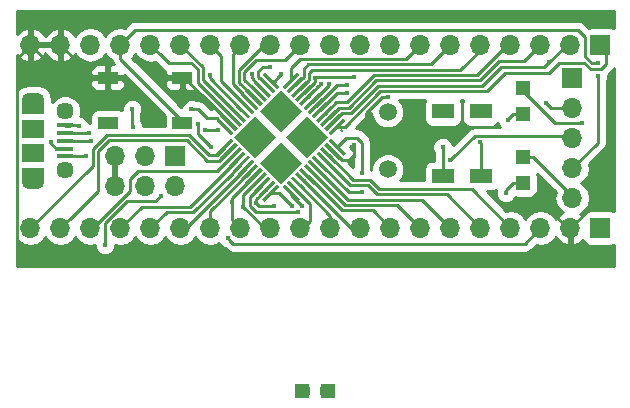
<source format=gtl>
%TF.GenerationSoftware,KiCad,Pcbnew,4.0.7*%
%TF.CreationDate,2017-11-06T20:43:19+08:00*%
%TF.ProjectId,STM32F401CCT6,53544D333246343031434354362E6B69,rev?*%
%TF.FileFunction,Copper,L1,Top,Signal*%
%FSLAX46Y46*%
G04 Gerber Fmt 4.6, Leading zero omitted, Abs format (unit mm)*
G04 Created by KiCad (PCBNEW 4.0.7) date 11/06/17 20:43:19*
%MOMM*%
%LPD*%
G01*
G04 APERTURE LIST*
%ADD10C,0.100000*%
%ADD11C,0.150000*%
%ADD12R,1.700000X1.700000*%
%ADD13O,1.700000X1.700000*%
%ADD14R,1.900000X1.500000*%
%ADD15C,1.450000*%
%ADD16R,1.350000X0.400000*%
%ADD17O,1.900000X1.200000*%
%ADD18R,1.900000X1.200000*%
%ADD19R,1.700000X1.000000*%
%ADD20R,1.200000X1.200000*%
%ADD21C,1.500000*%
%ADD22R,1.900000X1.300000*%
%ADD23R,0.800000X0.750000*%
%ADD24C,0.450000*%
%ADD25C,0.250000*%
%ADD26C,0.254000*%
G04 APERTURE END LIST*
D10*
D11*
X-22268564Y8450330D02*
G75*
G03X-22268564Y8450330I-72801J0D01*
G01*
D12*
X-430000Y15700000D03*
D13*
X-2970000Y15700000D03*
X-5510000Y15700000D03*
X-8050000Y15700000D03*
X-10590000Y15700000D03*
X-13130000Y15700000D03*
X-15670000Y15700000D03*
X-18210000Y15700000D03*
X-20750000Y15700000D03*
X-23290000Y15700000D03*
X-25830000Y15700000D03*
X-28370000Y15700000D03*
X-30910000Y15700000D03*
X-33450000Y15700000D03*
X-35990000Y15700000D03*
X-38530000Y15700000D03*
X-41070000Y15700000D03*
X-43610000Y15700000D03*
X-46150000Y15700000D03*
X-48690000Y15700000D03*
D12*
X-430000Y200000D03*
D13*
X-2970000Y200000D03*
X-5510000Y200000D03*
X-8050000Y200000D03*
X-10590000Y200000D03*
X-13130000Y200000D03*
X-15670000Y200000D03*
X-18210000Y200000D03*
X-20750000Y200000D03*
X-23290000Y200000D03*
X-25830000Y200000D03*
X-28370000Y200000D03*
X-30910000Y200000D03*
X-33450000Y200000D03*
X-35990000Y200000D03*
X-38530000Y200000D03*
X-41070000Y200000D03*
X-43610000Y200000D03*
X-46150000Y200000D03*
X-48690000Y200000D03*
D12*
X-36472000Y6302000D03*
D13*
X-36472000Y3762000D03*
X-39012000Y6302000D03*
X-39012000Y3762000D03*
X-41552000Y6302000D03*
X-41552000Y3762000D03*
D14*
X-48470000Y6580000D03*
D15*
X-45770000Y10080000D03*
D16*
X-45770000Y8230000D03*
X-45770000Y8880000D03*
X-45770000Y6280000D03*
X-45770000Y6930000D03*
X-45770000Y7580000D03*
D15*
X-45770000Y5080000D03*
D14*
X-48470000Y8580000D03*
D17*
X-48470000Y11080000D03*
X-48470000Y4080000D03*
D18*
X-48470000Y4680000D03*
X-48470000Y10480000D03*
D19*
X-42130000Y12920000D03*
X-35830000Y12920000D03*
X-42130000Y9120000D03*
X-35830000Y9120000D03*
D12*
X-2810000Y12900000D03*
D13*
X-2810000Y10360000D03*
X-2810000Y7820000D03*
X-2810000Y5280000D03*
X-2810000Y2740000D03*
D20*
X-6990000Y12060000D03*
X-6990000Y9860000D03*
X-6990000Y6220000D03*
X-6990000Y4020000D03*
D21*
X-18440000Y5160000D03*
X-18440000Y10040000D03*
D22*
X-10560000Y4590000D03*
X-10560000Y10090000D03*
X-13760000Y10090000D03*
X-13760000Y4590000D03*
D23*
X-23831000Y-13615001D03*
X-25331000Y-13615001D03*
X-23831000Y-13615001D03*
X-25331000Y-13615001D03*
X-23831000Y-13615001D03*
X-25331000Y-13615001D03*
X-23831000Y-13615001D03*
X-25331000Y-13615001D03*
X-23831000Y-13615001D03*
X-25331000Y-13615001D03*
D20*
X-23481000Y-13615001D03*
X-25681000Y-13615001D03*
X-23481000Y-13615001D03*
X-25681000Y-13615001D03*
D10*
G36*
X-23239390Y7778578D02*
X-22001954Y6541142D01*
X-22214086Y6329010D01*
X-23451522Y7566446D01*
X-23239390Y7778578D01*
X-23239390Y7778578D01*
G37*
G36*
X-23592943Y7425025D02*
X-22355507Y6187589D01*
X-22567639Y5975457D01*
X-23805075Y7212893D01*
X-23592943Y7425025D01*
X-23592943Y7425025D01*
G37*
G36*
X-23946497Y7071471D02*
X-22709061Y5834035D01*
X-22921193Y5621903D01*
X-24158629Y6859339D01*
X-23946497Y7071471D01*
X-23946497Y7071471D01*
G37*
G36*
X-24300050Y6717918D02*
X-23062614Y5480482D01*
X-23274746Y5268350D01*
X-24512182Y6505786D01*
X-24300050Y6717918D01*
X-24300050Y6717918D01*
G37*
G36*
X-24653603Y6364365D02*
X-23416167Y5126929D01*
X-23628299Y4914797D01*
X-24865735Y6152233D01*
X-24653603Y6364365D01*
X-24653603Y6364365D01*
G37*
G36*
X-23981853Y4561243D02*
X-25219289Y5798679D01*
X-25007157Y6010811D01*
X-23769721Y4773375D01*
X-23981853Y4561243D01*
X-23981853Y4561243D01*
G37*
G36*
X-25360710Y5657258D02*
X-24123274Y4419822D01*
X-24335406Y4207690D01*
X-25572842Y5445126D01*
X-25360710Y5657258D01*
X-25360710Y5657258D01*
G37*
G36*
X-25714264Y5303704D02*
X-24476828Y4066268D01*
X-24688960Y3854136D01*
X-25926396Y5091572D01*
X-25714264Y5303704D01*
X-25714264Y5303704D01*
G37*
G36*
X-26067817Y4950151D02*
X-24830381Y3712715D01*
X-25042513Y3500583D01*
X-26279949Y4738019D01*
X-26067817Y4950151D01*
X-26067817Y4950151D01*
G37*
G36*
X-26421370Y4596598D02*
X-25183934Y3359162D01*
X-25396066Y3147030D01*
X-26633502Y4384466D01*
X-26421370Y4596598D01*
X-26421370Y4596598D01*
G37*
G36*
X-26774924Y4243044D02*
X-25537488Y3005608D01*
X-25749620Y2793476D01*
X-26987056Y4030912D01*
X-26774924Y4243044D01*
X-26774924Y4243044D01*
G37*
G36*
X-27128477Y3889491D02*
X-25891041Y2652055D01*
X-26103173Y2439923D01*
X-27340609Y3677359D01*
X-27128477Y3889491D01*
X-27128477Y3889491D01*
G37*
G36*
X-25572842Y10394874D02*
X-24335406Y11632310D01*
X-24123274Y11420178D01*
X-25360710Y10182742D01*
X-25572842Y10394874D01*
X-25572842Y10394874D01*
G37*
G36*
X-25219289Y10041321D02*
X-23981853Y11278757D01*
X-23769721Y11066625D01*
X-25007157Y9829189D01*
X-25219289Y10041321D01*
X-25219289Y10041321D01*
G37*
G36*
X-24865735Y9687767D02*
X-23628299Y10925203D01*
X-23416167Y10713071D01*
X-24653603Y9475635D01*
X-24865735Y9687767D01*
X-24865735Y9687767D01*
G37*
G36*
X-24512182Y9334214D02*
X-23274746Y10571650D01*
X-23062614Y10359518D01*
X-24300050Y9122082D01*
X-24512182Y9334214D01*
X-24512182Y9334214D01*
G37*
G36*
X-24158629Y8980661D02*
X-22921193Y10218097D01*
X-22709061Y10005965D01*
X-23946497Y8768529D01*
X-24158629Y8980661D01*
X-24158629Y8980661D01*
G37*
G36*
X-23805075Y8627107D02*
X-22567639Y9864543D01*
X-22355507Y9652411D01*
X-23592943Y8414975D01*
X-23805075Y8627107D01*
X-23805075Y8627107D01*
G37*
G36*
X-25926396Y10748428D02*
X-24688960Y11985864D01*
X-24476828Y11773732D01*
X-25714264Y10536296D01*
X-25926396Y10748428D01*
X-25926396Y10748428D01*
G37*
G36*
X-23451522Y8273554D02*
X-22214086Y9510990D01*
X-22001954Y9298858D01*
X-23239390Y8061422D01*
X-23451522Y8273554D01*
X-23451522Y8273554D01*
G37*
G36*
X-26279949Y11101981D02*
X-25042513Y12339417D01*
X-24830381Y12127285D01*
X-26067817Y10889849D01*
X-26279949Y11101981D01*
X-26279949Y11101981D01*
G37*
G36*
X-26633502Y11455534D02*
X-25396066Y12692970D01*
X-25183934Y12480838D01*
X-26421370Y11243402D01*
X-26633502Y11455534D01*
X-26633502Y11455534D01*
G37*
G36*
X-26987056Y11809088D02*
X-25749620Y13046524D01*
X-25537488Y12834392D01*
X-26774924Y11596956D01*
X-26987056Y11809088D01*
X-26987056Y11809088D01*
G37*
G36*
X-27340609Y12162641D02*
X-26103173Y13400077D01*
X-25891041Y13187945D01*
X-27128477Y11950509D01*
X-27340609Y12162641D01*
X-27340609Y12162641D01*
G37*
G36*
X-30982209Y11278757D02*
X-29744773Y10041321D01*
X-29956905Y9829189D01*
X-31194341Y11066625D01*
X-30982209Y11278757D01*
X-30982209Y11278757D01*
G37*
G36*
X-30628656Y11632310D02*
X-29391220Y10394874D01*
X-29603352Y10182742D01*
X-30840788Y11420178D01*
X-30628656Y11632310D01*
X-30628656Y11632310D01*
G37*
G36*
X-30275102Y11985864D02*
X-29037666Y10748428D01*
X-29249798Y10536296D01*
X-30487234Y11773732D01*
X-30275102Y11985864D01*
X-30275102Y11985864D01*
G37*
G36*
X-29921549Y12339417D02*
X-28684113Y11101981D01*
X-28896245Y10889849D01*
X-30133681Y12127285D01*
X-29921549Y12339417D01*
X-29921549Y12339417D01*
G37*
G36*
X-29567996Y12692970D02*
X-28330560Y11455534D01*
X-28542692Y11243402D01*
X-29780128Y12480838D01*
X-29567996Y12692970D01*
X-29567996Y12692970D01*
G37*
G36*
X-29214442Y13046524D02*
X-27977006Y11809088D01*
X-28189138Y11596956D01*
X-29426574Y12834392D01*
X-29214442Y13046524D01*
X-29214442Y13046524D01*
G37*
G36*
X-28860889Y13400077D02*
X-27623453Y12162641D01*
X-27835585Y11950509D01*
X-29073021Y13187945D01*
X-28860889Y13400077D01*
X-28860889Y13400077D01*
G37*
G36*
X-31335763Y10925203D02*
X-30098327Y9687767D01*
X-30310459Y9475635D01*
X-31547895Y10713071D01*
X-31335763Y10925203D01*
X-31335763Y10925203D01*
G37*
G36*
X-31689316Y10571650D02*
X-30451880Y9334214D01*
X-30664012Y9122082D01*
X-31901448Y10359518D01*
X-31689316Y10571650D01*
X-31689316Y10571650D01*
G37*
G36*
X-32042869Y10218097D02*
X-30805433Y8980661D01*
X-31017565Y8768529D01*
X-32255001Y10005965D01*
X-32042869Y10218097D01*
X-32042869Y10218097D01*
G37*
G36*
X-32396423Y9864543D02*
X-31158987Y8627107D01*
X-31371119Y8414975D01*
X-32608555Y9652411D01*
X-32396423Y9864543D01*
X-32396423Y9864543D01*
G37*
G36*
X-32749976Y9510990D02*
X-31512540Y8273554D01*
X-31724672Y8061422D01*
X-32962108Y9298858D01*
X-32749976Y9510990D01*
X-32749976Y9510990D01*
G37*
G36*
X-30840788Y4419822D02*
X-29603352Y5657258D01*
X-29391220Y5445126D01*
X-30628656Y4207690D01*
X-30840788Y4419822D01*
X-30840788Y4419822D01*
G37*
G36*
X-31194341Y4773375D02*
X-29956905Y6010811D01*
X-29744773Y5798679D01*
X-30982209Y4561243D01*
X-31194341Y4773375D01*
X-31194341Y4773375D01*
G37*
G36*
X-30487234Y4066268D02*
X-29249798Y5303704D01*
X-29037666Y5091572D01*
X-30275102Y3854136D01*
X-30487234Y4066268D01*
X-30487234Y4066268D01*
G37*
G36*
X-30133681Y3712715D02*
X-28896245Y4950151D01*
X-28684113Y4738019D01*
X-29921549Y3500583D01*
X-30133681Y3712715D01*
X-30133681Y3712715D01*
G37*
G36*
X-29780128Y3359162D02*
X-28542692Y4596598D01*
X-28330560Y4384466D01*
X-29567996Y3147030D01*
X-29780128Y3359162D01*
X-29780128Y3359162D01*
G37*
G36*
X-29426574Y3005608D02*
X-28189138Y4243044D01*
X-27977006Y4030912D01*
X-29214442Y2793476D01*
X-29426574Y3005608D01*
X-29426574Y3005608D01*
G37*
G36*
X-29073021Y2652055D02*
X-27835585Y3889491D01*
X-27623453Y3677359D01*
X-28860889Y2439923D01*
X-29073021Y2652055D01*
X-29073021Y2652055D01*
G37*
G36*
X-31547895Y5126929D02*
X-30310459Y6364365D01*
X-30098327Y6152233D01*
X-31335763Y4914797D01*
X-31547895Y5126929D01*
X-31547895Y5126929D01*
G37*
G36*
X-31901448Y5480482D02*
X-30664012Y6717918D01*
X-30451880Y6505786D01*
X-31689316Y5268350D01*
X-31901448Y5480482D01*
X-31901448Y5480482D01*
G37*
G36*
X-32255001Y5834035D02*
X-31017565Y7071471D01*
X-30805433Y6859339D01*
X-32042869Y5621903D01*
X-32255001Y5834035D01*
X-32255001Y5834035D01*
G37*
G36*
X-32608555Y6187589D02*
X-31371119Y7425025D01*
X-31158987Y7212893D01*
X-32396423Y5975457D01*
X-32608555Y6187589D01*
X-32608555Y6187589D01*
G37*
G36*
X-32962108Y6541142D02*
X-31724672Y7778578D01*
X-31512540Y7566446D01*
X-32749976Y6329010D01*
X-32962108Y6541142D01*
X-32962108Y6541142D01*
G37*
G36*
X-25290000Y9687767D02*
X-23522233Y7920000D01*
X-25290000Y6152233D01*
X-27057767Y7920000D01*
X-25290000Y9687767D01*
X-25290000Y9687767D01*
G37*
G36*
X-29674062Y9687767D02*
X-27906295Y7920000D01*
X-29674062Y6152233D01*
X-31441829Y7920000D01*
X-29674062Y9687767D01*
X-29674062Y9687767D01*
G37*
G36*
X-27482031Y7495736D02*
X-25714264Y5727969D01*
X-27482031Y3960202D01*
X-29249798Y5727969D01*
X-27482031Y7495736D01*
X-27482031Y7495736D01*
G37*
G36*
X-27482031Y11879798D02*
X-25714264Y10112031D01*
X-27482031Y8344264D01*
X-29249798Y10112031D01*
X-27482031Y11879798D01*
X-27482031Y11879798D01*
G37*
D24*
X-44540000Y8810000D03*
X-31980000Y-680000D03*
X-21287592Y7242400D03*
X-20280000Y8310000D03*
X-43980000Y6290000D03*
X-29560008Y2302013D03*
X-24087080Y12410438D03*
X-18430000Y11250000D03*
X-47520000Y13890000D03*
X-28080000Y2070000D03*
X-33182346Y10345741D03*
X-21565415Y5964585D03*
X-38135009Y10050000D03*
X-23409602Y12410570D03*
X-670000Y13080008D03*
X-640000Y14180000D03*
X-35070000Y10240000D03*
X-20660000Y4890000D03*
X-42380000Y-1230000D03*
X-24560875Y12920000D03*
X-21300000Y12979992D03*
X-26534596Y2070000D03*
X-37680000Y2880002D03*
X-1990000Y9060000D03*
X-10650000Y7450000D03*
X-13800000Y7060000D03*
X-21907328Y11636078D03*
X-21910679Y12286071D03*
X-8280000Y9310000D03*
X-8446637Y3169263D03*
X-33940000Y8495285D03*
X-32840008Y8457981D03*
X-4770000Y14220000D03*
X-27470000Y13210000D03*
X-28380000Y13850000D03*
X-29957893Y13257893D03*
X-5070000Y10810000D03*
X-25714536Y2074195D03*
X-26070000Y1530000D03*
X-13130000Y5950000D03*
X-30660000Y1980000D03*
X-34490000Y9030000D03*
X-31600000Y2430001D03*
X-33390000Y7040000D03*
X-40000000Y8730000D03*
X-40069998Y10280000D03*
X-20650000Y3250000D03*
X-33530000Y13150000D03*
X-43750000Y8240000D03*
X-46990000Y7480000D03*
X-43600000Y7550000D03*
D25*
X-45770000Y8880000D02*
X-44610000Y8880000D01*
X-44610000Y8880000D02*
X-44540000Y8810000D01*
X-45326000Y8860000D02*
X-45801000Y8860000D01*
X-5510000Y160000D02*
X-6820000Y-1150000D01*
X-6820000Y-1150000D02*
X-31510000Y-1150000D01*
X-31510000Y-1150000D02*
X-31755001Y-904999D01*
X-31755001Y-904999D02*
X-31980000Y-680000D01*
X-21287592Y7242400D02*
X-21287592Y6242408D01*
X-21287592Y6242408D02*
X-21565415Y5964585D01*
X-20280000Y8628198D02*
X-20280000Y8310000D01*
X-20280000Y9940000D02*
X-20280000Y8628198D01*
X-18970000Y11250000D02*
X-20280000Y9940000D01*
X-18430000Y11250000D02*
X-18970000Y11250000D01*
X-48690000Y15700000D02*
X-49864991Y14525009D01*
X-49864991Y14525009D02*
X-49864991Y-1375009D01*
X-45770000Y6280000D02*
X-43990000Y6280000D01*
X-43990000Y6280000D02*
X-43980000Y6290000D01*
X-2970000Y160000D02*
X40000Y3170000D01*
X-29560008Y2620211D02*
X-29560008Y2302013D01*
X-29560008Y2663011D02*
X-29560008Y2620211D01*
X-28704759Y3518260D02*
X-29560008Y2663011D01*
X-28080000Y2070000D02*
X-29327995Y2070000D01*
X-29335009Y2077014D02*
X-29560008Y2302013D01*
X-29327995Y2070000D02*
X-29335009Y2077014D01*
X-33240000Y10493019D02*
X-34026981Y11280000D01*
X-34026981Y11280000D02*
X-35666981Y12920000D01*
X-25204581Y11292937D02*
X-24312079Y12185439D01*
X-25204581Y11261080D02*
X-25204581Y11292937D01*
X-24312079Y12185439D02*
X-24087080Y12410438D01*
X-48690000Y15730000D02*
X-47520000Y14560000D01*
X-47520000Y14208198D02*
X-47520000Y13890000D01*
X-47520000Y14560000D02*
X-47520000Y14208198D01*
X-2970000Y-20000D02*
X-5080000Y2090000D01*
X-33240000Y10493019D02*
X-33240000Y10403395D01*
X-33240000Y10403395D02*
X-33182346Y10345741D01*
X-21881641Y5970000D02*
X-21570830Y5970000D01*
X-21570830Y5970000D02*
X-21565415Y5964585D01*
X-41005009Y12920000D02*
X-38360008Y10274999D01*
X-42130000Y12920000D02*
X-41005009Y12920000D01*
X-38360008Y10274999D02*
X-38135009Y10050000D01*
X-46150000Y15730000D02*
X-43340000Y12920000D01*
X-43340000Y12920000D02*
X-42130000Y12920000D01*
X-22290000Y5970000D02*
X-21881641Y5970000D01*
X-21881641Y5970000D02*
X-21870000Y5958359D01*
X-22330000Y5970000D02*
X-23060224Y6700224D01*
X-23060224Y6700224D02*
X-23083260Y6700224D01*
X-23083260Y6700224D02*
X-23083268Y6700232D01*
X-31886740Y9139759D02*
X-33240000Y10493019D01*
X-42900000Y12920000D02*
X-42130000Y12920000D01*
X-35666981Y12920000D02*
X-35760000Y12920000D01*
X-35760000Y12920000D02*
X-35830000Y12920000D01*
X-670000Y13080008D02*
X-670000Y7420000D01*
X-670000Y7420000D02*
X-2810000Y5280000D01*
X-23409602Y12310098D02*
X-23409602Y12410570D01*
X-24842893Y10912159D02*
X-24830734Y10900000D01*
X-24819700Y10900000D02*
X-23409602Y12310098D01*
X-24830734Y10900000D02*
X-24819700Y10900000D01*
X-24842893Y10912159D02*
X-24842893Y10947107D01*
X-24842893Y10912159D02*
X-24807541Y10912159D01*
X-1180000Y14180000D02*
X-958198Y14180000D01*
X-2330000Y16990000D02*
X-1720000Y16380000D01*
X-39110000Y16990000D02*
X-2330000Y16990000D01*
X-958198Y14180000D02*
X-640000Y14180000D01*
X-1720000Y14720000D02*
X-1180000Y14180000D01*
X-1720000Y16380000D02*
X-1720000Y14720000D01*
X-41070000Y15730000D02*
X-39810000Y16990000D01*
X-39810000Y16990000D02*
X-39140000Y16990000D01*
X-41070000Y14527919D02*
X-41070000Y15730000D01*
X-35830000Y9287919D02*
X-41070000Y14527919D01*
X-35830000Y9120000D02*
X-35830000Y9287919D01*
X-40632000Y15732000D02*
X-40642000Y15732000D01*
X-20660000Y5208198D02*
X-20660000Y4890000D01*
X-21987608Y7792392D02*
X-21023595Y7792392D01*
X-22721573Y7058427D02*
X-21987608Y7792392D01*
X-20660000Y7428797D02*
X-20660000Y5208198D01*
X-21023595Y7792392D02*
X-20660000Y7428797D01*
X-42380000Y-911802D02*
X-42380000Y-1230000D01*
X-40528603Y2445001D02*
X-42380000Y593604D01*
X-42380000Y593604D02*
X-42380000Y-911802D01*
X-37680000Y2880002D02*
X-38115001Y2445001D01*
X-38115001Y2445001D02*
X-40528603Y2445001D01*
X-34751802Y10240000D02*
X-35070000Y10240000D01*
X-33710267Y9480267D02*
X-34470000Y10240000D01*
X-32921587Y9480267D02*
X-33710267Y9480267D01*
X-32232159Y8790839D02*
X-32921587Y9480267D01*
X-34470000Y10240000D02*
X-34751802Y10240000D01*
X-6990000Y12060000D02*
X-6990000Y11770000D01*
X-6990000Y11770000D02*
X-4280000Y9060000D01*
X-4280000Y9060000D02*
X-2272842Y9060000D01*
X-2272842Y9060000D02*
X-1990000Y9060000D01*
X-2810000Y2740000D02*
X-2810000Y2890000D01*
X-2810000Y2890000D02*
X-6140000Y6220000D01*
X-6140000Y6220000D02*
X-6990000Y6220000D01*
X-21300000Y12979992D02*
X-24500883Y12979992D01*
X-24500883Y12979992D02*
X-24550000Y12930875D01*
X-24550000Y12930875D02*
X-24560875Y12920000D01*
X-24630000Y12920000D02*
X-24560875Y12920000D01*
X-24630000Y12539266D02*
X-24630000Y12920000D01*
X-25550000Y11619266D02*
X-24630000Y12539266D01*
X-27633936Y3169340D02*
X-26759595Y2294999D01*
X-26759595Y2294999D02*
X-26534596Y2070000D01*
X-28343072Y3169340D02*
X-27633936Y3169340D01*
X-6990000Y6220000D02*
X-7140000Y6370000D01*
X-22530119Y10400008D02*
X-21729183Y10400008D01*
X-10660006Y12699994D02*
X-10360000Y13000000D01*
X-19429197Y12699994D02*
X-10660006Y12699994D01*
X-23436814Y9493313D02*
X-22530119Y10400008D01*
X-21729183Y10400008D02*
X-19429197Y12699994D01*
X-10560000Y4590000D02*
X-10560000Y7360000D01*
X-10560000Y7360000D02*
X-10650000Y7450000D01*
X-10360000Y13000000D02*
X-9060000Y14300000D01*
X-6940000Y14300000D02*
X-6810000Y14430000D01*
X-9060000Y14300000D02*
X-6940000Y14300000D01*
X-6810000Y14430000D02*
X-5510000Y15730000D01*
X-10570000Y4760000D02*
X-10870000Y4760000D01*
X-10360000Y13000000D02*
X-10477509Y12882491D01*
X-23790367Y9846866D02*
X-22787224Y10850009D01*
X-22787224Y10850009D02*
X-21915579Y10850009D01*
X-10890005Y13149995D02*
X-8340000Y15700000D01*
X-21915579Y10850009D02*
X-19615593Y13149995D01*
X-19615593Y13149995D02*
X-10890005Y13149995D01*
X-8340000Y15700000D02*
X-8050000Y15700000D01*
X-7610000Y15730000D02*
X-7612000Y15732000D01*
X-13760000Y7020000D02*
X-13800000Y7060000D01*
X-13760000Y4590000D02*
X-13760000Y7020000D01*
X-22708261Y11636078D02*
X-22225526Y11636078D01*
X-22225526Y11636078D02*
X-21907328Y11636078D01*
X-24143920Y10200419D02*
X-22708261Y11636078D01*
X-24489340Y10558606D02*
X-24437946Y10610000D01*
X-24437946Y10610000D02*
X-24402592Y10610000D01*
X-23755164Y11254836D02*
X-22723929Y12286071D01*
X-24402592Y10610000D02*
X-23757756Y11254836D01*
X-23757756Y11254836D02*
X-23755164Y11254836D01*
X-22723929Y12286071D02*
X-22228877Y12286071D01*
X-22228877Y12286071D02*
X-21910679Y12286071D01*
X-8280000Y9420000D02*
X-8280000Y9310000D01*
X-7840000Y9860000D02*
X-8280000Y9420000D01*
X-6990000Y9860000D02*
X-7840000Y9860000D01*
X-7840000Y4020000D02*
X-8446637Y3413363D01*
X-8446637Y3413363D02*
X-8446637Y3169263D01*
X-6990000Y4020000D02*
X-7840000Y4020000D01*
X-32877312Y8495285D02*
X-32840008Y8457981D01*
X-33940000Y8495285D02*
X-32877312Y8495285D01*
X-10080008Y11799992D02*
X-8515009Y13364991D01*
X-406003Y13630008D02*
X70000Y14106011D01*
X70000Y14106011D02*
X70000Y15230000D01*
X70000Y15230000D02*
X-430000Y15730000D01*
X-1846397Y14210000D02*
X-1266405Y13630008D01*
X-4808020Y13364991D02*
X-3963011Y14210000D01*
X-22070191Y8786206D02*
X-19056405Y11799992D01*
X-22729707Y8786206D02*
X-22070191Y8786206D01*
X-19056405Y11799992D02*
X-10080008Y11799992D01*
X-1266405Y13630008D02*
X-406003Y13630008D01*
X-8515009Y13364991D02*
X-4808020Y13364991D01*
X-3963011Y14210000D02*
X-1846397Y14210000D01*
X-4770000Y14220000D02*
X-3290000Y15700000D01*
X-3290000Y15700000D02*
X-2970000Y15700000D01*
X-8873600Y13849990D02*
X-5180010Y13849990D01*
X-5180010Y13849990D02*
X-4785006Y14244994D01*
X-21542787Y9950007D02*
X-19242801Y12249993D01*
X-22273012Y9950007D02*
X-21542787Y9950007D01*
X-10473597Y12249993D02*
X-8873600Y13849990D01*
X-23083260Y9139759D02*
X-22273012Y9950007D01*
X-19242801Y12249993D02*
X-10473597Y12249993D01*
X-4770000Y14229988D02*
X-4770000Y14220000D01*
X-4785006Y14244994D02*
X-4770000Y14229988D01*
X-25110875Y12768998D02*
X-25110875Y13309125D01*
X-24820004Y13599996D02*
X-12284004Y13599996D01*
X-12284004Y13599996D02*
X-10152000Y15732000D01*
X-25110875Y13309125D02*
X-24820004Y13599996D01*
X-25911687Y11968186D02*
X-25110875Y12768998D01*
X-26265241Y12321740D02*
X-25560876Y13026105D01*
X-14770003Y14059997D02*
X-13130000Y15700000D01*
X-25560876Y13026105D02*
X-25560876Y13649124D01*
X-25560876Y13649124D02*
X-25160003Y14049997D01*
X-25160003Y14049997D02*
X-14770003Y14049997D01*
X-14770003Y14049997D02*
X-14770003Y14059997D01*
X-16900002Y14499998D02*
X-15670000Y15730000D01*
X-25890002Y14499998D02*
X-16900002Y14499998D01*
X-26618794Y12675293D02*
X-26618794Y13771206D01*
X-26618794Y13771206D02*
X-25890002Y14499998D01*
X-28004707Y12675293D02*
X-27694999Y12985001D01*
X-27694999Y12985001D02*
X-27470000Y13210000D01*
X-28351206Y12675293D02*
X-28004707Y12675293D01*
X-28698198Y13850000D02*
X-28380000Y13850000D01*
X-29010000Y13850000D02*
X-28698198Y13850000D01*
X-29392856Y13467144D02*
X-29010000Y13850000D01*
X-29392856Y13009837D02*
X-29392856Y13467144D01*
X-28704759Y12321740D02*
X-29392856Y13009837D01*
X-29957893Y12939695D02*
X-29957893Y13257893D01*
X-29957893Y12867766D02*
X-29957893Y12939695D01*
X-29058313Y11968186D02*
X-29957893Y12867766D01*
X-30569991Y13423613D02*
X-30569991Y12772758D01*
X-27160000Y14400000D02*
X-29593604Y14400000D01*
X-30569991Y12772758D02*
X-29411866Y11614633D01*
X-29593604Y14400000D02*
X-30569991Y13423613D01*
X-25830000Y15730000D02*
X-27160000Y14400000D01*
X-31019992Y13610008D02*
X-28900000Y15730000D01*
X-29765419Y11261080D02*
X-31019992Y12515653D01*
X-31019992Y12515653D02*
X-31019992Y13610008D01*
X-28900000Y15730000D02*
X-28370000Y15730000D01*
X-28328000Y15732000D02*
X-27932000Y15732000D01*
X-30472000Y15732000D02*
X-30801715Y15732000D01*
X-30801715Y15732000D02*
X-31580000Y14953715D01*
X-31580000Y14953715D02*
X-31580000Y12368553D01*
X-31580000Y12368553D02*
X-30808401Y11596954D01*
X-30808401Y11596954D02*
X-30118973Y10907526D01*
X-33450000Y15700000D02*
X-32530000Y14780000D01*
X-32530000Y14780000D02*
X-32530000Y12611447D01*
X-32530000Y12611447D02*
X-30472526Y10553973D01*
X-35990000Y15730000D02*
X-34079991Y13819991D01*
X-34079991Y12747224D02*
X-31179633Y9846866D01*
X-34079991Y13819991D02*
X-34079991Y12747224D01*
X-4845001Y10585001D02*
X-5070000Y10810000D01*
X-4620000Y10360000D02*
X-4845001Y10585001D01*
X-2810000Y10360000D02*
X-4620000Y10360000D01*
X-25939535Y2299194D02*
X-25714536Y2074195D01*
X-26618794Y2978453D02*
X-25939535Y2299194D01*
X-26618794Y3164707D02*
X-26618794Y2978453D01*
X-29058313Y3871814D02*
X-30110008Y2820119D01*
X-29563604Y1520000D02*
X-26080000Y1520000D01*
X-26080000Y1520000D02*
X-26070000Y1530000D01*
X-30110008Y2820119D02*
X-30110008Y2066404D01*
X-30110008Y2066404D02*
X-29563604Y1520000D01*
X-2810000Y7820000D02*
X-2990000Y8000000D01*
X-2990000Y8000000D02*
X-11080000Y8000000D01*
X-11080000Y8000000D02*
X-12905001Y6174999D01*
X-12905001Y6174999D02*
X-13130000Y5950000D01*
X-23436814Y6346687D02*
X-21390127Y4300000D01*
X-21390127Y4300000D02*
X-19940000Y4300000D01*
X-19940000Y4300000D02*
X-19140000Y3500000D01*
X-19140000Y3500000D02*
X-11350000Y3500000D01*
X-11350000Y3500000D02*
X-8050000Y200000D01*
X-23790367Y5993134D02*
X-21632225Y3834992D01*
X-21632225Y3834992D02*
X-20111389Y3834992D01*
X-20111389Y3834992D02*
X-19326396Y3049999D01*
X-19326396Y3049999D02*
X-13439999Y3049999D01*
X-13439999Y3049999D02*
X-10590000Y200000D01*
X-24497474Y5286027D02*
X-21811445Y2599998D01*
X-21811445Y2599998D02*
X-15529998Y2599998D01*
X-15529998Y2599998D02*
X-13130000Y200000D01*
X-24851027Y4932474D02*
X-22068550Y2149997D01*
X-22068550Y2149997D02*
X-17619997Y2149997D01*
X-17619997Y2149997D02*
X-15670000Y200000D01*
X-25204581Y4578920D02*
X-22325657Y1699996D01*
X-22325657Y1699996D02*
X-19709996Y1699996D01*
X-19709996Y1699996D02*
X-18210000Y200000D01*
X-20750000Y200000D02*
X-21520000Y200000D01*
X-21520000Y200000D02*
X-24860572Y3540572D01*
X-24860572Y3540572D02*
X-25550000Y4230000D01*
X-25911687Y3871814D02*
X-23290000Y1250127D01*
X-23290000Y1250127D02*
X-23290000Y-20000D01*
X-25830000Y-20000D02*
X-25010000Y800000D01*
X-25010000Y800000D02*
X-25010000Y2253590D01*
X-25010000Y2253590D02*
X-25180000Y2423590D01*
X-25180000Y2423590D02*
X-26265241Y3508831D01*
X-30660000Y1980000D02*
X-28840000Y160000D01*
X-28840000Y160000D02*
X-28370000Y160000D01*
X-28370000Y-20000D02*
X-28660000Y-20000D01*
X-29411866Y4225367D02*
X-30660000Y2977233D01*
X-30660000Y2298198D02*
X-30660000Y1980000D01*
X-30660000Y2977233D02*
X-30660000Y2298198D01*
X-31600000Y2430001D02*
X-31600000Y870000D01*
X-31600000Y870000D02*
X-30930000Y200000D01*
X-30930000Y200000D02*
X-30910000Y200000D01*
X-34490000Y8711802D02*
X-34490000Y9030000D01*
X-33390000Y7040000D02*
X-34490000Y8140000D01*
X-34490000Y8140000D02*
X-34490000Y8711802D01*
X-29765419Y4578920D02*
X-31600000Y2744339D01*
X-31600000Y2744339D02*
X-31600000Y2650000D01*
X-31600000Y2650000D02*
X-31600000Y2430001D01*
X-30118973Y4932474D02*
X-33450000Y1601447D01*
X-33450000Y1601447D02*
X-33450000Y-20000D01*
X-35990000Y200000D02*
X-35555052Y200000D01*
X-35555052Y200000D02*
X-31153820Y4601232D01*
X-31153820Y4601232D02*
X-30464392Y5290660D01*
X-35990000Y-20000D02*
X-35775052Y-20000D01*
X-35552000Y-16000D02*
X-35550000Y-14000D01*
X-35550000Y-14000D02*
X-35550000Y208553D01*
X-31161954Y4596599D02*
X-30472526Y5286027D01*
X-31710000Y4720321D02*
X-34890343Y1539978D01*
X-34890343Y1539978D02*
X-37150022Y1539978D01*
X-37150022Y1539978D02*
X-38530000Y160000D01*
X-31980331Y4449990D02*
X-31710000Y4720321D01*
X-31710000Y4720321D02*
X-30826080Y5604241D01*
X-38092000Y-16000D02*
X-38080000Y-4000D01*
X-30826080Y5604241D02*
X-30826080Y5639581D01*
X-41070000Y200000D02*
X-39280011Y1989989D01*
X-39280011Y1989989D02*
X-35196246Y1989989D01*
X-35196246Y1989989D02*
X-32066235Y5120000D01*
X-32066235Y5120000D02*
X-32052767Y5120000D01*
X-32272767Y4900000D02*
X-32052767Y5120000D01*
X-32052767Y5120000D02*
X-31869061Y5303706D01*
X-31869061Y5303706D02*
X-31179633Y5993134D01*
X-43410000Y200000D02*
X-43470000Y200000D01*
X-31533186Y6346687D02*
X-32887873Y4992000D01*
X-32887873Y4992000D02*
X-39628000Y4992000D01*
X-39628000Y4992000D02*
X-40300000Y4320000D01*
X-40300000Y4320000D02*
X-40300000Y3305385D01*
X-40300000Y3305385D02*
X-40304615Y3305385D01*
X-40304615Y3305385D02*
X-43410000Y200000D01*
X-43470000Y200000D02*
X-43610000Y200000D01*
X-43610000Y-4615D02*
X-43610000Y-20000D01*
X-42050000Y7610000D02*
X-42980008Y6679992D01*
X-42980008Y6679992D02*
X-42980008Y3369992D01*
X-32706981Y5880000D02*
X-33720000Y5880000D01*
X-45300001Y1049999D02*
X-46150000Y200000D01*
X-31886740Y6700241D02*
X-32706981Y5880000D01*
X-33720000Y5880000D02*
X-35450000Y7610000D01*
X-42980008Y3369992D02*
X-45300001Y1049999D01*
X-35450000Y7610000D02*
X-42050000Y7610000D01*
X-32929721Y6364366D02*
X-32240293Y7053794D01*
X-33567956Y6364366D02*
X-32929721Y6364366D01*
X-42236386Y8060011D02*
X-35263600Y8060011D01*
X-43430009Y6866388D02*
X-42236386Y8060011D01*
X-43430009Y5459991D02*
X-43430009Y6866388D01*
X-48690000Y200000D02*
X-43430009Y5459991D01*
X-35263600Y8060011D02*
X-33567956Y6364366D01*
X-40069998Y8799998D02*
X-40000000Y8730000D01*
X-40069998Y10280000D02*
X-40069998Y8799998D01*
X-20968198Y3250000D02*
X-20650000Y3250000D01*
X-21754339Y3250000D02*
X-20968198Y3250000D01*
X-24143920Y5639581D02*
X-21754339Y3250000D01*
X-30826080Y10200419D02*
X-33530000Y12904339D01*
X-33530000Y12904339D02*
X-33530000Y13060000D01*
X-33530000Y13060000D02*
X-33530000Y13150000D01*
X-43750000Y8240000D02*
X-45760000Y8240000D01*
X-45760000Y8240000D02*
X-45770000Y8230000D01*
X-43780000Y8210000D02*
X-43750000Y8240000D01*
X-45326000Y6910000D02*
X-46520000Y6910000D01*
X-46520000Y6910000D02*
X-46990000Y7380000D01*
X-46990000Y7380000D02*
X-46990000Y7480000D01*
X-43600000Y7550000D02*
X-45740000Y7550000D01*
X-45740000Y7550000D02*
X-45770000Y7580000D01*
X-43610000Y7560000D02*
X-43600000Y7550000D01*
X-36980000Y14180000D02*
X-37680001Y14880001D01*
X-32699873Y10660000D02*
X-34529992Y12490119D01*
X-34529992Y13629992D02*
X-35080000Y14180000D01*
X-35080000Y14180000D02*
X-36980000Y14180000D01*
X-37680001Y14880001D02*
X-38530000Y15730000D01*
X-34529992Y12490119D02*
X-34529992Y13629992D01*
X-32699873Y10660000D02*
X-32222614Y10182741D01*
X-32924874Y10885001D02*
X-32699873Y10660000D01*
X-32222614Y10182741D02*
X-31533186Y9493313D01*
D26*
G36*
X-2843000Y327000D02*
X-2823000Y327000D01*
X-2823000Y73000D01*
X-2843000Y73000D01*
X-2843000Y-1120155D01*
X-2613110Y-1241476D01*
X-2203076Y-1071645D01*
X-1900063Y-795499D01*
X-1883162Y-885317D01*
X-1744090Y-1101441D01*
X-1531890Y-1246431D01*
X-1280000Y-1297440D01*
X420000Y-1297440D01*
X655317Y-1253162D01*
X708000Y-1219261D01*
X708000Y-2978000D01*
X-49872000Y-2978000D01*
X-49872000Y-681675D01*
X-49740054Y-879147D01*
X-49258285Y-1201054D01*
X-48690000Y-1314093D01*
X-48121715Y-1201054D01*
X-47639946Y-879147D01*
X-47420000Y-549974D01*
X-47200054Y-879147D01*
X-46718285Y-1201054D01*
X-46150000Y-1314093D01*
X-45581715Y-1201054D01*
X-45099946Y-879147D01*
X-44880000Y-549974D01*
X-44660054Y-879147D01*
X-44178285Y-1201054D01*
X-43610000Y-1314093D01*
X-43240009Y-1240497D01*
X-43240149Y-1400314D01*
X-43109497Y-1716514D01*
X-42867787Y-1958647D01*
X-42551815Y-2089850D01*
X-42209686Y-2090149D01*
X-41893486Y-1959497D01*
X-41651353Y-1717787D01*
X-41520150Y-1401815D01*
X-41519995Y-1224583D01*
X-41070000Y-1314093D01*
X-40501715Y-1201054D01*
X-40019946Y-879147D01*
X-39800000Y-549974D01*
X-39580054Y-879147D01*
X-39098285Y-1201054D01*
X-38530000Y-1314093D01*
X-37961715Y-1201054D01*
X-37479946Y-879147D01*
X-37260000Y-549974D01*
X-37040054Y-879147D01*
X-36558285Y-1201054D01*
X-35990000Y-1314093D01*
X-35421715Y-1201054D01*
X-34939946Y-879147D01*
X-34720000Y-549974D01*
X-34500054Y-879147D01*
X-34018285Y-1201054D01*
X-33450000Y-1314093D01*
X-32881715Y-1201054D01*
X-32735573Y-1103405D01*
X-32709497Y-1166514D01*
X-32467787Y-1408647D01*
X-32225583Y-1509219D01*
X-32047401Y-1687401D01*
X-31800839Y-1852148D01*
X-31510000Y-1910000D01*
X-6820000Y-1910000D01*
X-6529161Y-1852148D01*
X-6282599Y-1687401D01*
X-5843044Y-1247846D01*
X-5510000Y-1314093D01*
X-4941715Y-1201054D01*
X-4459946Y-879147D01*
X-4232298Y-538447D01*
X-4165183Y-681358D01*
X-3736924Y-1071645D01*
X-3326890Y-1241476D01*
X-3097000Y-1120155D01*
X-3097000Y73000D01*
X-3117000Y73000D01*
X-3117000Y327000D01*
X-3097000Y327000D01*
X-3097000Y347000D01*
X-2843000Y347000D01*
X-2843000Y327000D01*
X-2843000Y327000D01*
G37*
X-2843000Y327000D02*
X-2823000Y327000D01*
X-2823000Y73000D01*
X-2843000Y73000D01*
X-2843000Y-1120155D01*
X-2613110Y-1241476D01*
X-2203076Y-1071645D01*
X-1900063Y-795499D01*
X-1883162Y-885317D01*
X-1744090Y-1101441D01*
X-1531890Y-1246431D01*
X-1280000Y-1297440D01*
X420000Y-1297440D01*
X655317Y-1253162D01*
X708000Y-1219261D01*
X708000Y-2978000D01*
X-49872000Y-2978000D01*
X-49872000Y-681675D01*
X-49740054Y-879147D01*
X-49258285Y-1201054D01*
X-48690000Y-1314093D01*
X-48121715Y-1201054D01*
X-47639946Y-879147D01*
X-47420000Y-549974D01*
X-47200054Y-879147D01*
X-46718285Y-1201054D01*
X-46150000Y-1314093D01*
X-45581715Y-1201054D01*
X-45099946Y-879147D01*
X-44880000Y-549974D01*
X-44660054Y-879147D01*
X-44178285Y-1201054D01*
X-43610000Y-1314093D01*
X-43240009Y-1240497D01*
X-43240149Y-1400314D01*
X-43109497Y-1716514D01*
X-42867787Y-1958647D01*
X-42551815Y-2089850D01*
X-42209686Y-2090149D01*
X-41893486Y-1959497D01*
X-41651353Y-1717787D01*
X-41520150Y-1401815D01*
X-41519995Y-1224583D01*
X-41070000Y-1314093D01*
X-40501715Y-1201054D01*
X-40019946Y-879147D01*
X-39800000Y-549974D01*
X-39580054Y-879147D01*
X-39098285Y-1201054D01*
X-38530000Y-1314093D01*
X-37961715Y-1201054D01*
X-37479946Y-879147D01*
X-37260000Y-549974D01*
X-37040054Y-879147D01*
X-36558285Y-1201054D01*
X-35990000Y-1314093D01*
X-35421715Y-1201054D01*
X-34939946Y-879147D01*
X-34720000Y-549974D01*
X-34500054Y-879147D01*
X-34018285Y-1201054D01*
X-33450000Y-1314093D01*
X-32881715Y-1201054D01*
X-32735573Y-1103405D01*
X-32709497Y-1166514D01*
X-32467787Y-1408647D01*
X-32225583Y-1509219D01*
X-32047401Y-1687401D01*
X-31800839Y-1852148D01*
X-31510000Y-1910000D01*
X-6820000Y-1910000D01*
X-6529161Y-1852148D01*
X-6282599Y-1687401D01*
X-5843044Y-1247846D01*
X-5510000Y-1314093D01*
X-4941715Y-1201054D01*
X-4459946Y-879147D01*
X-4232298Y-538447D01*
X-4165183Y-681358D01*
X-3736924Y-1071645D01*
X-3326890Y-1241476D01*
X-3097000Y-1120155D01*
X-3097000Y73000D01*
X-3117000Y73000D01*
X-3117000Y327000D01*
X-3097000Y327000D01*
X-3097000Y347000D01*
X-2843000Y347000D01*
X-2843000Y327000D01*
G36*
X-4226323Y3231521D02*
X-4324093Y2740000D01*
X-4211054Y2171715D01*
X-3889147Y1689946D01*
X-3629207Y1516260D01*
X-3736924Y1471645D01*
X-4165183Y1081358D01*
X-4232298Y938447D01*
X-4459946Y1279147D01*
X-4941715Y1601054D01*
X-5510000Y1714093D01*
X-6078285Y1601054D01*
X-6560054Y1279147D01*
X-6780000Y949974D01*
X-6999946Y1279147D01*
X-7481715Y1601054D01*
X-8050000Y1714093D01*
X-8416408Y1641210D01*
X-10067758Y3292560D01*
X-9610000Y3292560D01*
X-9374683Y3336838D01*
X-9284024Y3395176D01*
X-9306487Y3341078D01*
X-9306786Y2998949D01*
X-9176134Y2682749D01*
X-8934424Y2440616D01*
X-8618452Y2309413D01*
X-8276323Y2309114D01*
X-7960123Y2439766D01*
X-7717990Y2681476D01*
X-7673175Y2789403D01*
X-7590000Y2772560D01*
X-6390000Y2772560D01*
X-6154683Y2816838D01*
X-5938559Y2955910D01*
X-5793569Y3168110D01*
X-5742560Y3420000D01*
X-5742560Y4620000D01*
X-5772171Y4777369D01*
X-4226323Y3231521D01*
X-4226323Y3231521D01*
G37*
X-4226323Y3231521D02*
X-4324093Y2740000D01*
X-4211054Y2171715D01*
X-3889147Y1689946D01*
X-3629207Y1516260D01*
X-3736924Y1471645D01*
X-4165183Y1081358D01*
X-4232298Y938447D01*
X-4459946Y1279147D01*
X-4941715Y1601054D01*
X-5510000Y1714093D01*
X-6078285Y1601054D01*
X-6560054Y1279147D01*
X-6780000Y949974D01*
X-6999946Y1279147D01*
X-7481715Y1601054D01*
X-8050000Y1714093D01*
X-8416408Y1641210D01*
X-10067758Y3292560D01*
X-9610000Y3292560D01*
X-9374683Y3336838D01*
X-9284024Y3395176D01*
X-9306487Y3341078D01*
X-9306786Y2998949D01*
X-9176134Y2682749D01*
X-8934424Y2440616D01*
X-8618452Y2309413D01*
X-8276323Y2309114D01*
X-7960123Y2439766D01*
X-7717990Y2681476D01*
X-7673175Y2789403D01*
X-7590000Y2772560D01*
X-6390000Y2772560D01*
X-6154683Y2816838D01*
X-5938559Y2955910D01*
X-5793569Y3168110D01*
X-5742560Y3420000D01*
X-5742560Y4620000D01*
X-5772171Y4777369D01*
X-4226323Y3231521D01*
G36*
X708000Y1621758D02*
X671890Y1646431D01*
X420000Y1697440D01*
X-1280000Y1697440D01*
X-1515317Y1653162D01*
X-1731441Y1514090D01*
X-1876431Y1301890D01*
X-1898301Y1193893D01*
X-2141521Y1415547D01*
X-1730853Y1689946D01*
X-1408946Y2171715D01*
X-1295907Y2740000D01*
X-1408946Y3308285D01*
X-1730853Y3790054D01*
X-2060026Y4010000D01*
X-1730853Y4229946D01*
X-1408946Y4711715D01*
X-1295907Y5280000D01*
X-1368790Y5646408D01*
X-132599Y6882599D01*
X32148Y7129161D01*
X90000Y7420000D01*
X90000Y12667727D01*
X189850Y12908193D01*
X190062Y13151271D01*
X607401Y13568610D01*
X708000Y13719167D01*
X708000Y1621758D01*
X708000Y1621758D01*
G37*
X708000Y1621758D02*
X671890Y1646431D01*
X420000Y1697440D01*
X-1280000Y1697440D01*
X-1515317Y1653162D01*
X-1731441Y1514090D01*
X-1876431Y1301890D01*
X-1898301Y1193893D01*
X-2141521Y1415547D01*
X-1730853Y1689946D01*
X-1408946Y2171715D01*
X-1295907Y2740000D01*
X-1408946Y3308285D01*
X-1730853Y3790054D01*
X-2060026Y4010000D01*
X-1730853Y4229946D01*
X-1408946Y4711715D01*
X-1295907Y5280000D01*
X-1368790Y5646408D01*
X-132599Y6882599D01*
X32148Y7129161D01*
X90000Y7420000D01*
X90000Y12667727D01*
X189850Y12908193D01*
X190062Y13151271D01*
X607401Y13568610D01*
X708000Y13719167D01*
X708000Y1621758D01*
G36*
X-41425000Y6429000D02*
X-41405000Y6429000D01*
X-41405000Y6175000D01*
X-41425000Y6175000D01*
X-41425000Y3889000D01*
X-41405000Y3889000D01*
X-41405000Y3635000D01*
X-41425000Y3635000D01*
X-41425000Y3615000D01*
X-41679000Y3615000D01*
X-41679000Y3635000D01*
X-41699000Y3635000D01*
X-41699000Y3889000D01*
X-41679000Y3889000D01*
X-41679000Y6175000D01*
X-41699000Y6175000D01*
X-41699000Y6429000D01*
X-41679000Y6429000D01*
X-41679000Y6449000D01*
X-41425000Y6449000D01*
X-41425000Y6429000D01*
X-41425000Y6429000D01*
G37*
X-41425000Y6429000D02*
X-41405000Y6429000D01*
X-41405000Y6175000D01*
X-41425000Y6175000D01*
X-41425000Y3889000D01*
X-41405000Y3889000D01*
X-41405000Y3635000D01*
X-41425000Y3635000D01*
X-41425000Y3615000D01*
X-41679000Y3615000D01*
X-41679000Y3635000D01*
X-41699000Y3635000D01*
X-41699000Y3889000D01*
X-41679000Y3889000D01*
X-41679000Y6175000D01*
X-41699000Y6175000D01*
X-41699000Y6429000D01*
X-41679000Y6429000D01*
X-41679000Y6449000D01*
X-41425000Y6449000D01*
X-41425000Y6429000D01*
G36*
X-15306431Y10991890D02*
X-15357440Y10740000D01*
X-15357440Y9440000D01*
X-15313162Y9204683D01*
X-15174090Y8988559D01*
X-14961890Y8843569D01*
X-14710000Y8792560D01*
X-12810000Y8792560D01*
X-12574683Y8836838D01*
X-12358559Y8975910D01*
X-12213569Y9188110D01*
X-12162560Y9440000D01*
X-12162560Y10740000D01*
X-12206838Y10975317D01*
X-12248455Y11039992D01*
X-12073564Y11039992D01*
X-12106431Y10991890D01*
X-12157440Y10740000D01*
X-12157440Y9440000D01*
X-12113162Y9204683D01*
X-11974090Y8988559D01*
X-11761890Y8843569D01*
X-11510000Y8792560D01*
X-9610000Y8792560D01*
X-9374683Y8836838D01*
X-9158559Y8975910D01*
X-9104917Y9054418D01*
X-9009497Y8823486D01*
X-8946122Y8760000D01*
X-11080000Y8760000D01*
X-11370840Y8702148D01*
X-11617401Y8537401D01*
X-12939864Y7214938D01*
X-12939851Y7230314D01*
X-13070503Y7546514D01*
X-13312213Y7788647D01*
X-13628185Y7919850D01*
X-13970314Y7920149D01*
X-14286514Y7789497D01*
X-14528647Y7547787D01*
X-14659850Y7231815D01*
X-14660149Y6889686D01*
X-14529497Y6573486D01*
X-14520000Y6563972D01*
X-14520000Y5887440D01*
X-14710000Y5887440D01*
X-14945317Y5843162D01*
X-15161441Y5704090D01*
X-15306431Y5491890D01*
X-15357440Y5240000D01*
X-15357440Y4260000D01*
X-17381175Y4260000D01*
X-17266539Y4374436D01*
X-17055241Y4883298D01*
X-17054760Y5434285D01*
X-17265169Y5943515D01*
X-17654436Y6333461D01*
X-18163298Y6544759D01*
X-18714285Y6545240D01*
X-19223515Y6334831D01*
X-19613461Y5945564D01*
X-19824759Y5436702D01*
X-19825034Y5121262D01*
X-19900000Y5302692D01*
X-19900000Y7513989D01*
X-19950655Y7768647D01*
X-19957852Y7804829D01*
X-20122599Y8051390D01*
X-20488602Y8417393D01*
X-20735164Y8582140D01*
X-21026003Y8639992D01*
X-21141603Y8639992D01*
X-19825073Y9956522D01*
X-19825240Y9765715D01*
X-19614831Y9256485D01*
X-19225564Y8866539D01*
X-18716702Y8655241D01*
X-18165715Y8654760D01*
X-17656485Y8865169D01*
X-17266539Y9254436D01*
X-17055241Y9763298D01*
X-17054760Y10314285D01*
X-17265169Y10823515D01*
X-17481269Y11039992D01*
X-15273564Y11039992D01*
X-15306431Y10991890D01*
X-15306431Y10991890D01*
G37*
X-15306431Y10991890D02*
X-15357440Y10740000D01*
X-15357440Y9440000D01*
X-15313162Y9204683D01*
X-15174090Y8988559D01*
X-14961890Y8843569D01*
X-14710000Y8792560D01*
X-12810000Y8792560D01*
X-12574683Y8836838D01*
X-12358559Y8975910D01*
X-12213569Y9188110D01*
X-12162560Y9440000D01*
X-12162560Y10740000D01*
X-12206838Y10975317D01*
X-12248455Y11039992D01*
X-12073564Y11039992D01*
X-12106431Y10991890D01*
X-12157440Y10740000D01*
X-12157440Y9440000D01*
X-12113162Y9204683D01*
X-11974090Y8988559D01*
X-11761890Y8843569D01*
X-11510000Y8792560D01*
X-9610000Y8792560D01*
X-9374683Y8836838D01*
X-9158559Y8975910D01*
X-9104917Y9054418D01*
X-9009497Y8823486D01*
X-8946122Y8760000D01*
X-11080000Y8760000D01*
X-11370840Y8702148D01*
X-11617401Y8537401D01*
X-12939864Y7214938D01*
X-12939851Y7230314D01*
X-13070503Y7546514D01*
X-13312213Y7788647D01*
X-13628185Y7919850D01*
X-13970314Y7920149D01*
X-14286514Y7789497D01*
X-14528647Y7547787D01*
X-14659850Y7231815D01*
X-14660149Y6889686D01*
X-14529497Y6573486D01*
X-14520000Y6563972D01*
X-14520000Y5887440D01*
X-14710000Y5887440D01*
X-14945317Y5843162D01*
X-15161441Y5704090D01*
X-15306431Y5491890D01*
X-15357440Y5240000D01*
X-15357440Y4260000D01*
X-17381175Y4260000D01*
X-17266539Y4374436D01*
X-17055241Y4883298D01*
X-17054760Y5434285D01*
X-17265169Y5943515D01*
X-17654436Y6333461D01*
X-18163298Y6544759D01*
X-18714285Y6545240D01*
X-19223515Y6334831D01*
X-19613461Y5945564D01*
X-19824759Y5436702D01*
X-19825034Y5121262D01*
X-19900000Y5302692D01*
X-19900000Y7513989D01*
X-19950655Y7768647D01*
X-19957852Y7804829D01*
X-20122599Y8051390D01*
X-20488602Y8417393D01*
X-20735164Y8582140D01*
X-21026003Y8639992D01*
X-21141603Y8639992D01*
X-19825073Y9956522D01*
X-19825240Y9765715D01*
X-19614831Y9256485D01*
X-19225564Y8866539D01*
X-18716702Y8655241D01*
X-18165715Y8654760D01*
X-17656485Y8865169D01*
X-17266539Y9254436D01*
X-17055241Y9763298D01*
X-17054760Y10314285D01*
X-17265169Y10823515D01*
X-17481269Y11039992D01*
X-15273564Y11039992D01*
X-15306431Y10991890D01*
G36*
X-21420000Y5404675D02*
X-21834570Y5819245D01*
X-21833020Y5821513D01*
X-21751112Y5875834D01*
X-21538980Y6087966D01*
X-21420000Y6262099D01*
X-21420000Y5404675D01*
X-21420000Y5404675D01*
G37*
X-21420000Y5404675D02*
X-21834570Y5819245D01*
X-21833020Y5821513D01*
X-21751112Y5875834D01*
X-21538980Y6087966D01*
X-21420000Y6262099D01*
X-21420000Y5404675D01*
G36*
X-21420000Y6824180D02*
X-21538980Y7003584D01*
X-21620297Y7084901D01*
X-21585206Y7119992D01*
X-21420000Y7119992D01*
X-21420000Y6824180D01*
X-21420000Y6824180D01*
G37*
X-21420000Y6824180D02*
X-21538980Y7003584D01*
X-21620297Y7084901D01*
X-21585206Y7119992D01*
X-21420000Y7119992D01*
X-21420000Y6824180D01*
G36*
X708000Y17121758D02*
X671890Y17146431D01*
X420000Y17197440D01*
X-1280000Y17197440D01*
X-1433715Y17168517D01*
X-1792599Y17527401D01*
X-2039161Y17692148D01*
X-2330000Y17750000D01*
X-39110000Y17750000D01*
X-39125000Y17747016D01*
X-39140000Y17750000D01*
X-39810000Y17750000D01*
X-40100839Y17692148D01*
X-40347401Y17527401D01*
X-40728615Y17146187D01*
X-41070000Y17214093D01*
X-41638285Y17101054D01*
X-42120054Y16779147D01*
X-42340000Y16449974D01*
X-42559946Y16779147D01*
X-43041715Y17101054D01*
X-43610000Y17214093D01*
X-44178285Y17101054D01*
X-44660054Y16779147D01*
X-44887702Y16438447D01*
X-44954817Y16581358D01*
X-45383076Y16971645D01*
X-45793110Y17141476D01*
X-46023000Y17020155D01*
X-46023000Y15827000D01*
X-46003000Y15827000D01*
X-46003000Y15573000D01*
X-46023000Y15573000D01*
X-46023000Y14379845D01*
X-45793110Y14258524D01*
X-45383076Y14428355D01*
X-44954817Y14818642D01*
X-44887702Y14961553D01*
X-44660054Y14620853D01*
X-44178285Y14298946D01*
X-43610000Y14185907D01*
X-43041715Y14298946D01*
X-42559946Y14620853D01*
X-42340000Y14950026D01*
X-42120054Y14620853D01*
X-41806859Y14411583D01*
X-41772148Y14237080D01*
X-41650486Y14055000D01*
X-41844250Y14055000D01*
X-42003000Y13896250D01*
X-42003000Y13047000D01*
X-40803750Y13047000D01*
X-40733816Y13116933D01*
X-37312190Y9695307D01*
X-37327440Y9620000D01*
X-37327440Y8820011D01*
X-39139921Y8820011D01*
X-39139851Y8900314D01*
X-39270503Y9216514D01*
X-39309998Y9256078D01*
X-39309998Y9867719D01*
X-39210148Y10108185D01*
X-39209849Y10450314D01*
X-39340501Y10766514D01*
X-39582211Y11008647D01*
X-39898183Y11139850D01*
X-40240312Y11140149D01*
X-40556512Y11009497D01*
X-40798645Y10767787D01*
X-40929848Y10451815D01*
X-40930112Y10149472D01*
X-41028110Y10216431D01*
X-41280000Y10267440D01*
X-42980000Y10267440D01*
X-43215317Y10223162D01*
X-43431441Y10084090D01*
X-43576431Y9871890D01*
X-43627440Y9620000D01*
X-43627440Y9099893D01*
X-43729297Y9099982D01*
X-43810503Y9296514D01*
X-44052213Y9538647D01*
X-44368185Y9669850D01*
X-44467687Y9669937D01*
X-44410237Y9808292D01*
X-44409764Y10349334D01*
X-44616376Y10849372D01*
X-44998616Y11232280D01*
X-45498292Y11439763D01*
X-46039334Y11440236D01*
X-46539372Y11233624D01*
X-46872560Y10901017D01*
X-46872560Y10986431D01*
X-46853948Y11080000D01*
X-46947957Y11552614D01*
X-47215671Y11953277D01*
X-47616334Y12220991D01*
X-48088948Y12315000D01*
X-48851052Y12315000D01*
X-49323666Y12220991D01*
X-49724329Y11953277D01*
X-49872000Y11732271D01*
X-49872000Y12634250D01*
X-43615000Y12634250D01*
X-43615000Y12293690D01*
X-43518327Y12060301D01*
X-43339698Y11881673D01*
X-43106309Y11785000D01*
X-42415750Y11785000D01*
X-42257000Y11943750D01*
X-42257000Y12793000D01*
X-42003000Y12793000D01*
X-42003000Y11943750D01*
X-41844250Y11785000D01*
X-41153691Y11785000D01*
X-40920302Y11881673D01*
X-40741673Y12060301D01*
X-40645000Y12293690D01*
X-40645000Y12634250D01*
X-40803750Y12793000D01*
X-42003000Y12793000D01*
X-42257000Y12793000D01*
X-43456250Y12793000D01*
X-43615000Y12634250D01*
X-49872000Y12634250D01*
X-49872000Y13546310D01*
X-43615000Y13546310D01*
X-43615000Y13205750D01*
X-43456250Y13047000D01*
X-42257000Y13047000D01*
X-42257000Y13896250D01*
X-42415750Y14055000D01*
X-43106309Y14055000D01*
X-43339698Y13958327D01*
X-43518327Y13779699D01*
X-43615000Y13546310D01*
X-49872000Y13546310D01*
X-49872000Y14806628D01*
X-49456924Y14428355D01*
X-49046890Y14258524D01*
X-48817000Y14379845D01*
X-48817000Y15573000D01*
X-48563000Y15573000D01*
X-48563000Y14379845D01*
X-48333110Y14258524D01*
X-47923076Y14428355D01*
X-47494817Y14818642D01*
X-47420000Y14977954D01*
X-47345183Y14818642D01*
X-46916924Y14428355D01*
X-46506890Y14258524D01*
X-46277000Y14379845D01*
X-46277000Y15573000D01*
X-48563000Y15573000D01*
X-48817000Y15573000D01*
X-48837000Y15573000D01*
X-48837000Y15827000D01*
X-48817000Y15827000D01*
X-48817000Y17020155D01*
X-48563000Y17020155D01*
X-48563000Y15827000D01*
X-46277000Y15827000D01*
X-46277000Y17020155D01*
X-46506890Y17141476D01*
X-46916924Y16971645D01*
X-47345183Y16581358D01*
X-47420000Y16422046D01*
X-47494817Y16581358D01*
X-47923076Y16971645D01*
X-48333110Y17141476D01*
X-48563000Y17020155D01*
X-48817000Y17020155D01*
X-49046890Y17141476D01*
X-49456924Y16971645D01*
X-49872000Y16593372D01*
X-49872000Y18602000D01*
X708000Y18602000D01*
X708000Y17121758D01*
X708000Y17121758D01*
G37*
X708000Y17121758D02*
X671890Y17146431D01*
X420000Y17197440D01*
X-1280000Y17197440D01*
X-1433715Y17168517D01*
X-1792599Y17527401D01*
X-2039161Y17692148D01*
X-2330000Y17750000D01*
X-39110000Y17750000D01*
X-39125000Y17747016D01*
X-39140000Y17750000D01*
X-39810000Y17750000D01*
X-40100839Y17692148D01*
X-40347401Y17527401D01*
X-40728615Y17146187D01*
X-41070000Y17214093D01*
X-41638285Y17101054D01*
X-42120054Y16779147D01*
X-42340000Y16449974D01*
X-42559946Y16779147D01*
X-43041715Y17101054D01*
X-43610000Y17214093D01*
X-44178285Y17101054D01*
X-44660054Y16779147D01*
X-44887702Y16438447D01*
X-44954817Y16581358D01*
X-45383076Y16971645D01*
X-45793110Y17141476D01*
X-46023000Y17020155D01*
X-46023000Y15827000D01*
X-46003000Y15827000D01*
X-46003000Y15573000D01*
X-46023000Y15573000D01*
X-46023000Y14379845D01*
X-45793110Y14258524D01*
X-45383076Y14428355D01*
X-44954817Y14818642D01*
X-44887702Y14961553D01*
X-44660054Y14620853D01*
X-44178285Y14298946D01*
X-43610000Y14185907D01*
X-43041715Y14298946D01*
X-42559946Y14620853D01*
X-42340000Y14950026D01*
X-42120054Y14620853D01*
X-41806859Y14411583D01*
X-41772148Y14237080D01*
X-41650486Y14055000D01*
X-41844250Y14055000D01*
X-42003000Y13896250D01*
X-42003000Y13047000D01*
X-40803750Y13047000D01*
X-40733816Y13116933D01*
X-37312190Y9695307D01*
X-37327440Y9620000D01*
X-37327440Y8820011D01*
X-39139921Y8820011D01*
X-39139851Y8900314D01*
X-39270503Y9216514D01*
X-39309998Y9256078D01*
X-39309998Y9867719D01*
X-39210148Y10108185D01*
X-39209849Y10450314D01*
X-39340501Y10766514D01*
X-39582211Y11008647D01*
X-39898183Y11139850D01*
X-40240312Y11140149D01*
X-40556512Y11009497D01*
X-40798645Y10767787D01*
X-40929848Y10451815D01*
X-40930112Y10149472D01*
X-41028110Y10216431D01*
X-41280000Y10267440D01*
X-42980000Y10267440D01*
X-43215317Y10223162D01*
X-43431441Y10084090D01*
X-43576431Y9871890D01*
X-43627440Y9620000D01*
X-43627440Y9099893D01*
X-43729297Y9099982D01*
X-43810503Y9296514D01*
X-44052213Y9538647D01*
X-44368185Y9669850D01*
X-44467687Y9669937D01*
X-44410237Y9808292D01*
X-44409764Y10349334D01*
X-44616376Y10849372D01*
X-44998616Y11232280D01*
X-45498292Y11439763D01*
X-46039334Y11440236D01*
X-46539372Y11233624D01*
X-46872560Y10901017D01*
X-46872560Y10986431D01*
X-46853948Y11080000D01*
X-46947957Y11552614D01*
X-47215671Y11953277D01*
X-47616334Y12220991D01*
X-48088948Y12315000D01*
X-48851052Y12315000D01*
X-49323666Y12220991D01*
X-49724329Y11953277D01*
X-49872000Y11732271D01*
X-49872000Y12634250D01*
X-43615000Y12634250D01*
X-43615000Y12293690D01*
X-43518327Y12060301D01*
X-43339698Y11881673D01*
X-43106309Y11785000D01*
X-42415750Y11785000D01*
X-42257000Y11943750D01*
X-42257000Y12793000D01*
X-42003000Y12793000D01*
X-42003000Y11943750D01*
X-41844250Y11785000D01*
X-41153691Y11785000D01*
X-40920302Y11881673D01*
X-40741673Y12060301D01*
X-40645000Y12293690D01*
X-40645000Y12634250D01*
X-40803750Y12793000D01*
X-42003000Y12793000D01*
X-42257000Y12793000D01*
X-43456250Y12793000D01*
X-43615000Y12634250D01*
X-49872000Y12634250D01*
X-49872000Y13546310D01*
X-43615000Y13546310D01*
X-43615000Y13205750D01*
X-43456250Y13047000D01*
X-42257000Y13047000D01*
X-42257000Y13896250D01*
X-42415750Y14055000D01*
X-43106309Y14055000D01*
X-43339698Y13958327D01*
X-43518327Y13779699D01*
X-43615000Y13546310D01*
X-49872000Y13546310D01*
X-49872000Y14806628D01*
X-49456924Y14428355D01*
X-49046890Y14258524D01*
X-48817000Y14379845D01*
X-48817000Y15573000D01*
X-48563000Y15573000D01*
X-48563000Y14379845D01*
X-48333110Y14258524D01*
X-47923076Y14428355D01*
X-47494817Y14818642D01*
X-47420000Y14977954D01*
X-47345183Y14818642D01*
X-46916924Y14428355D01*
X-46506890Y14258524D01*
X-46277000Y14379845D01*
X-46277000Y15573000D01*
X-48563000Y15573000D01*
X-48817000Y15573000D01*
X-48837000Y15573000D01*
X-48837000Y15827000D01*
X-48817000Y15827000D01*
X-48817000Y17020155D01*
X-48563000Y17020155D01*
X-48563000Y15827000D01*
X-46277000Y15827000D01*
X-46277000Y17020155D01*
X-46506890Y17141476D01*
X-46916924Y16971645D01*
X-47345183Y16581358D01*
X-47420000Y16422046D01*
X-47494817Y16581358D01*
X-47923076Y16971645D01*
X-48333110Y17141476D01*
X-48563000Y17020155D01*
X-48817000Y17020155D01*
X-49046890Y17141476D01*
X-49456924Y16971645D01*
X-49872000Y16593372D01*
X-49872000Y18602000D01*
X708000Y18602000D01*
X708000Y17121758D01*
G36*
X-39580054Y14620853D02*
X-39098285Y14298946D01*
X-38530000Y14185907D01*
X-38138569Y14263767D01*
X-37517401Y13642599D01*
X-37315000Y13507359D01*
X-37315000Y13205750D01*
X-37156250Y13047000D01*
X-35957000Y13047000D01*
X-35957000Y13067000D01*
X-35703000Y13067000D01*
X-35703000Y13047000D01*
X-35683000Y13047000D01*
X-35683000Y12793000D01*
X-35703000Y12793000D01*
X-35703000Y11943750D01*
X-35544250Y11785000D01*
X-34899675Y11785000D01*
X-33354942Y10240267D01*
X-33395465Y10240267D01*
X-33932599Y10777401D01*
X-34179161Y10942148D01*
X-34470000Y11000000D01*
X-34657719Y11000000D01*
X-34898185Y11099850D01*
X-35240314Y11100149D01*
X-35556514Y10969497D01*
X-35798647Y10727787D01*
X-35914958Y10447679D01*
X-38101529Y12634250D01*
X-37315000Y12634250D01*
X-37315000Y12293690D01*
X-37218327Y12060301D01*
X-37039698Y11881673D01*
X-36806309Y11785000D01*
X-36115750Y11785000D01*
X-35957000Y11943750D01*
X-35957000Y12793000D01*
X-37156250Y12793000D01*
X-37315000Y12634250D01*
X-38101529Y12634250D01*
X-40060821Y14593542D01*
X-40019946Y14620853D01*
X-39800000Y14950026D01*
X-39580054Y14620853D01*
X-39580054Y14620853D01*
G37*
X-39580054Y14620853D02*
X-39098285Y14298946D01*
X-38530000Y14185907D01*
X-38138569Y14263767D01*
X-37517401Y13642599D01*
X-37315000Y13507359D01*
X-37315000Y13205750D01*
X-37156250Y13047000D01*
X-35957000Y13047000D01*
X-35957000Y13067000D01*
X-35703000Y13067000D01*
X-35703000Y13047000D01*
X-35683000Y13047000D01*
X-35683000Y12793000D01*
X-35703000Y12793000D01*
X-35703000Y11943750D01*
X-35544250Y11785000D01*
X-34899675Y11785000D01*
X-33354942Y10240267D01*
X-33395465Y10240267D01*
X-33932599Y10777401D01*
X-34179161Y10942148D01*
X-34470000Y11000000D01*
X-34657719Y11000000D01*
X-34898185Y11099850D01*
X-35240314Y11100149D01*
X-35556514Y10969497D01*
X-35798647Y10727787D01*
X-35914958Y10447679D01*
X-38101529Y12634250D01*
X-37315000Y12634250D01*
X-37315000Y12293690D01*
X-37218327Y12060301D01*
X-37039698Y11881673D01*
X-36806309Y11785000D01*
X-36115750Y11785000D01*
X-35957000Y11943750D01*
X-35957000Y12793000D01*
X-37156250Y12793000D01*
X-37315000Y12634250D01*
X-38101529Y12634250D01*
X-40060821Y14593542D01*
X-40019946Y14620853D01*
X-39800000Y14950026D01*
X-39580054Y14620853D01*
G36*
X-2683000Y13027000D02*
X-2663000Y13027000D01*
X-2663000Y12773000D01*
X-2683000Y12773000D01*
X-2683000Y12753000D01*
X-2937000Y12753000D01*
X-2937000Y12773000D01*
X-2957000Y12773000D01*
X-2957000Y13027000D01*
X-2937000Y13027000D01*
X-2937000Y13047000D01*
X-2683000Y13047000D01*
X-2683000Y13027000D01*
X-2683000Y13027000D01*
G37*
X-2683000Y13027000D02*
X-2663000Y13027000D01*
X-2663000Y12773000D01*
X-2683000Y12773000D01*
X-2683000Y12753000D01*
X-2937000Y12753000D01*
X-2937000Y12773000D01*
X-2957000Y12773000D01*
X-2957000Y13027000D01*
X-2937000Y13027000D01*
X-2937000Y13047000D01*
X-2683000Y13047000D01*
X-2683000Y13027000D01*
M02*

</source>
